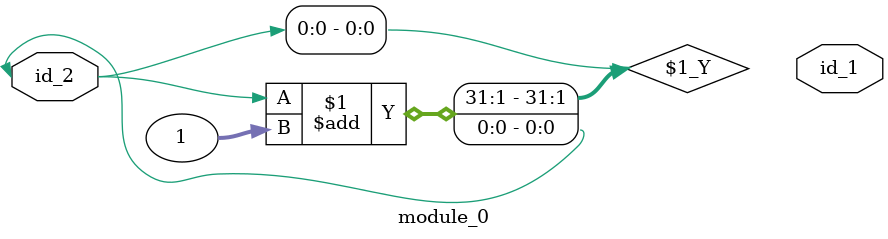
<source format=v>
module module_0 (
    id_1,
    id_2
);
  inout id_2;
  output id_1;
  assign id_2 = id_2 + 1;
endmodule

</source>
